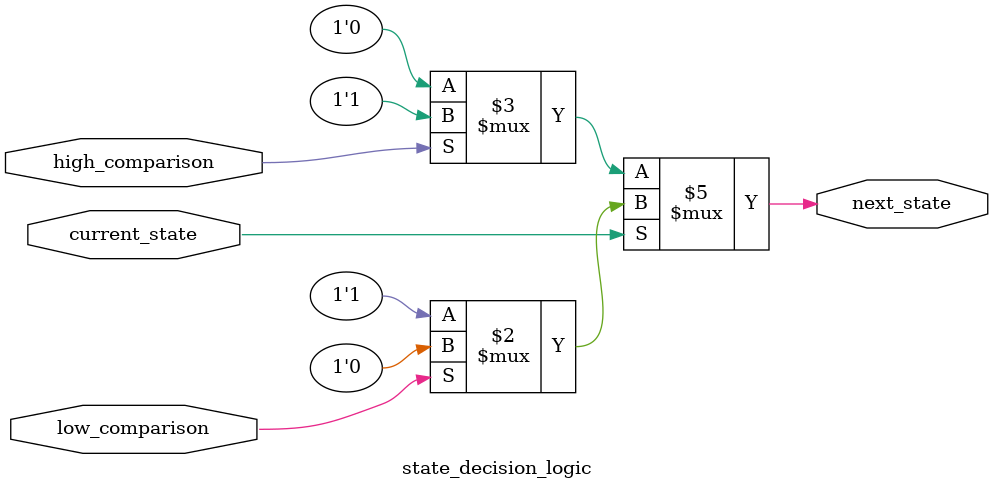
<source format=sv>
module async_threshold_filter #(
    parameter DATA_W = 8
)(
    input [DATA_W-1:0] in_signal,
    input [DATA_W-1:0] high_thresh,
    input [DATA_W-1:0] low_thresh,
    input current_state,
    output next_state
);
    // Internal signals
    wire comparison_high, comparison_low;
    
    // Instantiate comparator modules
    threshold_comparator #(
        .DATA_W(DATA_W),
        .COMPARE_TYPE("GREATER")
    ) high_comparator (
        .signal(in_signal),
        .threshold(high_thresh),
        .result(comparison_high)
    );
    
    threshold_comparator #(
        .DATA_W(DATA_W),
        .COMPARE_TYPE("LESS")
    ) low_comparator (
        .signal(in_signal),
        .threshold(low_thresh),
        .result(comparison_low)
    );
    
    // Instantiate state logic module
    state_decision_logic state_logic (
        .current_state(current_state),
        .high_comparison(comparison_high),
        .low_comparison(comparison_low),
        .next_state(next_state)
    );
endmodule

module threshold_comparator #(
    parameter DATA_W = 8,
    parameter COMPARE_TYPE = "GREATER" // "GREATER" or "LESS"
)(
    input [DATA_W-1:0] signal,
    input [DATA_W-1:0] threshold,
    output reg result
);
    always @(*) begin
        if (COMPARE_TYPE == "GREATER")
            result = (signal > threshold);
        else if (COMPARE_TYPE == "LESS")
            result = (signal < threshold);
        else
            result = 1'b0; // Default case
    end
endmodule

module state_decision_logic (
    input current_state,
    input high_comparison,
    input low_comparison,
    output reg next_state
);
    always @(*) begin
        if (current_state)
            next_state = low_comparison ? 1'b0 : 1'b1;
        else
            next_state = high_comparison ? 1'b1 : 1'b0;
    end
endmodule
</source>
